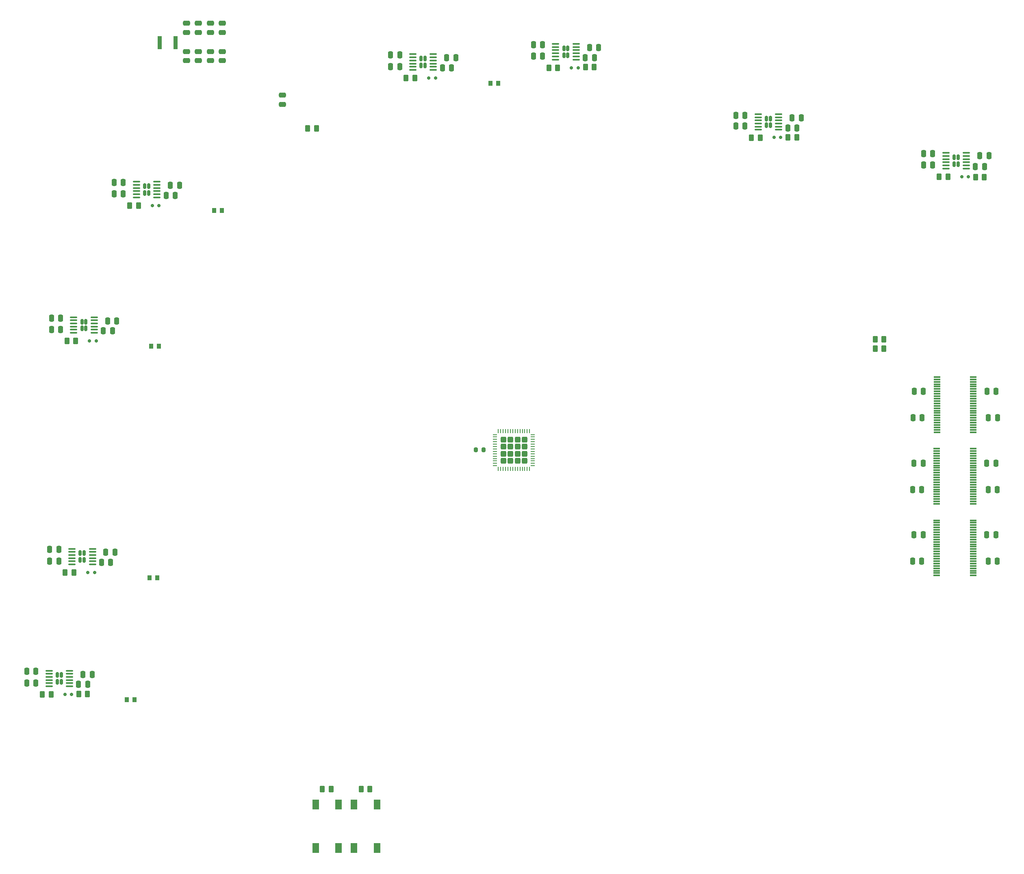
<source format=gbr>
%TF.GenerationSoftware,KiCad,Pcbnew,7.0.1-0*%
%TF.CreationDate,2023-04-17T18:48:32+01:00*%
%TF.ProjectId,cyborg65r2_thermo_pcb,6379626f-7267-4363-9572-325f74686572,rev?*%
%TF.SameCoordinates,Original*%
%TF.FileFunction,Paste,Top*%
%TF.FilePolarity,Positive*%
%FSLAX46Y46*%
G04 Gerber Fmt 4.6, Leading zero omitted, Abs format (unit mm)*
G04 Created by KiCad (PCBNEW 7.0.1-0) date 2023-04-17 18:48:32*
%MOMM*%
%LPD*%
G01*
G04 APERTURE LIST*
G04 Aperture macros list*
%AMRoundRect*
0 Rectangle with rounded corners*
0 $1 Rounding radius*
0 $2 $3 $4 $5 $6 $7 $8 $9 X,Y pos of 4 corners*
0 Add a 4 corners polygon primitive as box body*
4,1,4,$2,$3,$4,$5,$6,$7,$8,$9,$2,$3,0*
0 Add four circle primitives for the rounded corners*
1,1,$1+$1,$2,$3*
1,1,$1+$1,$4,$5*
1,1,$1+$1,$6,$7*
1,1,$1+$1,$8,$9*
0 Add four rect primitives between the rounded corners*
20,1,$1+$1,$2,$3,$4,$5,0*
20,1,$1+$1,$4,$5,$6,$7,0*
20,1,$1+$1,$6,$7,$8,$9,0*
20,1,$1+$1,$8,$9,$2,$3,0*%
G04 Aperture macros list end*
%ADD10R,0.890000X1.020000*%
%ADD11RoundRect,0.250000X0.250000X0.475000X-0.250000X0.475000X-0.250000X-0.475000X0.250000X-0.475000X0*%
%ADD12RoundRect,0.250000X-0.250000X-0.475000X0.250000X-0.475000X0.250000X0.475000X-0.250000X0.475000X0*%
%ADD13RoundRect,0.100000X-0.625000X-0.100000X0.625000X-0.100000X0.625000X0.100000X-0.625000X0.100000X0*%
%ADD14RoundRect,0.167500X-0.167500X-0.407500X0.167500X-0.407500X0.167500X0.407500X-0.167500X0.407500X0*%
%ADD15RoundRect,0.250000X-0.262500X-0.450000X0.262500X-0.450000X0.262500X0.450000X-0.262500X0.450000X0*%
%ADD16RoundRect,0.250000X-0.475000X0.250000X-0.475000X-0.250000X0.475000X-0.250000X0.475000X0.250000X0*%
%ADD17RoundRect,0.250000X0.262500X0.450000X-0.262500X0.450000X-0.262500X-0.450000X0.262500X-0.450000X0*%
%ADD18R,1.475000X0.300000*%
%ADD19RoundRect,0.250000X0.475000X-0.250000X0.475000X0.250000X-0.475000X0.250000X-0.475000X-0.250000X0*%
%ADD20RoundRect,0.150000X-0.150000X-0.200000X0.150000X-0.200000X0.150000X0.200000X-0.150000X0.200000X0*%
%ADD21RoundRect,0.062500X-0.062500X-0.375000X0.062500X-0.375000X0.062500X0.375000X-0.062500X0.375000X0*%
%ADD22RoundRect,0.062500X-0.375000X-0.062500X0.375000X-0.062500X0.375000X0.062500X-0.375000X0.062500X0*%
%ADD23RoundRect,0.250000X-0.345000X-0.345000X0.345000X-0.345000X0.345000X0.345000X-0.345000X0.345000X0*%
%ADD24R,1.400000X2.100000*%
%ADD25R,0.880000X2.810000*%
%ADD26RoundRect,0.200000X0.200000X0.275000X-0.200000X0.275000X-0.200000X-0.275000X0.200000X-0.275000X0*%
G04 APERTURE END LIST*
D10*
%TO.C,L5*%
X202631000Y-66355000D03*
X204259000Y-66355000D03*
%TD*%
D11*
%TO.C,C51*%
X290885000Y-160470000D03*
X292785000Y-160470000D03*
%TD*%
D12*
%TO.C,C35*%
X124765000Y-115890000D03*
X122865000Y-115890000D03*
%TD*%
D13*
%TO.C,U5*%
X114960000Y-188790000D03*
X114960000Y-189440000D03*
X114960000Y-190090000D03*
X114960000Y-190740000D03*
X114960000Y-191390000D03*
X114960000Y-192040000D03*
X110660000Y-192040000D03*
X110660000Y-191390000D03*
X110660000Y-190740000D03*
X110660000Y-190090000D03*
X110660000Y-189440000D03*
X110660000Y-188790000D03*
D14*
X113220000Y-191125000D03*
X113220000Y-189705000D03*
X112400000Y-191125000D03*
X112400000Y-189705000D03*
%TD*%
D15*
%TO.C,R10*%
X116227500Y-120090000D03*
X114402500Y-120090000D03*
%TD*%
D12*
%TO.C,C20*%
X223285000Y-58940000D03*
X225185000Y-58940000D03*
%TD*%
D15*
%TO.C,R4*%
X264622500Y-77665000D03*
X266447500Y-77665000D03*
%TD*%
D16*
%TO.C,C48*%
X146805000Y-59765000D03*
X146805000Y-61665000D03*
%TD*%
D13*
%TO.C,U9*%
X190750000Y-60335000D03*
X190750000Y-60985000D03*
X190750000Y-61635000D03*
X190750000Y-62285000D03*
X190750000Y-62935000D03*
X190750000Y-63585000D03*
X186450000Y-63585000D03*
X186450000Y-62935000D03*
X186450000Y-62285000D03*
X186450000Y-61635000D03*
X186450000Y-60985000D03*
X186450000Y-60335000D03*
D14*
X189010000Y-62670000D03*
X189010000Y-61250000D03*
X188190000Y-62670000D03*
X188190000Y-61250000D03*
%TD*%
D17*
%TO.C,R17*%
X167607500Y-213465000D03*
X169432500Y-213465000D03*
%TD*%
D12*
%TO.C,C24*%
X119635000Y-189540000D03*
X117735000Y-189540000D03*
%TD*%
D18*
%TO.C,U12*%
X303210000Y-157450000D03*
X303210000Y-157950000D03*
X303210000Y-158450000D03*
X303210000Y-158950000D03*
X303210000Y-159450000D03*
X303210000Y-159950000D03*
X303210000Y-160450000D03*
X303210000Y-160950000D03*
X303210000Y-161450000D03*
X303210000Y-161950000D03*
X303210000Y-162450000D03*
X303210000Y-162950000D03*
X303210000Y-163450000D03*
X303210000Y-163950000D03*
X303210000Y-164450000D03*
X303210000Y-164950000D03*
X303210000Y-165450000D03*
X303210000Y-165950000D03*
X303210000Y-166450000D03*
X303210000Y-166950000D03*
X303210000Y-167450000D03*
X303210000Y-167950000D03*
X303210000Y-168450000D03*
X303210000Y-168950000D03*
X295634000Y-168950000D03*
X295634000Y-168450000D03*
X295634000Y-167950000D03*
X295634000Y-167450000D03*
X295634000Y-166950000D03*
X295634000Y-166450000D03*
X295634000Y-165950000D03*
X295634000Y-165450000D03*
X295634000Y-164950000D03*
X295634000Y-164450000D03*
X295634000Y-163950000D03*
X295634000Y-163450000D03*
X295634000Y-162950000D03*
X295634000Y-162450000D03*
X295634000Y-161950000D03*
X295634000Y-161450000D03*
X295634000Y-160950000D03*
X295634000Y-160450000D03*
X295634000Y-159950000D03*
X295634000Y-159450000D03*
X295634000Y-158950000D03*
X295634000Y-158450000D03*
X295634000Y-157950000D03*
X295634000Y-157450000D03*
%TD*%
D11*
%TO.C,C53*%
X290615000Y-151040000D03*
X292515000Y-151040000D03*
%TD*%
D18*
%TO.C,U11*%
X303216000Y-142520000D03*
X303216000Y-143020000D03*
X303216000Y-143520000D03*
X303216000Y-144020000D03*
X303216000Y-144520000D03*
X303216000Y-145020000D03*
X303216000Y-145520000D03*
X303216000Y-146020000D03*
X303216000Y-146520000D03*
X303216000Y-147020000D03*
X303216000Y-147520000D03*
X303216000Y-148020000D03*
X303216000Y-148520000D03*
X303216000Y-149020000D03*
X303216000Y-149520000D03*
X303216000Y-150020000D03*
X303216000Y-150520000D03*
X303216000Y-151020000D03*
X303216000Y-151520000D03*
X303216000Y-152020000D03*
X303216000Y-152520000D03*
X303216000Y-153020000D03*
X303216000Y-153520000D03*
X303216000Y-154020000D03*
X295640000Y-154020000D03*
X295640000Y-153520000D03*
X295640000Y-153020000D03*
X295640000Y-152520000D03*
X295640000Y-152020000D03*
X295640000Y-151520000D03*
X295640000Y-151020000D03*
X295640000Y-150520000D03*
X295640000Y-150020000D03*
X295640000Y-149520000D03*
X295640000Y-149020000D03*
X295640000Y-148520000D03*
X295640000Y-148020000D03*
X295640000Y-147520000D03*
X295640000Y-147020000D03*
X295640000Y-146520000D03*
X295640000Y-146020000D03*
X295640000Y-145520000D03*
X295640000Y-145020000D03*
X295640000Y-144520000D03*
X295640000Y-144020000D03*
X295640000Y-143520000D03*
X295640000Y-143020000D03*
X295640000Y-142520000D03*
%TD*%
D11*
%TO.C,C21*%
X106035000Y-188940000D03*
X107935000Y-188940000D03*
%TD*%
D10*
%TO.C,L4*%
X131601000Y-169405000D03*
X133229000Y-169405000D03*
%TD*%
D11*
%TO.C,C29*%
X111165000Y-115290000D03*
X113065000Y-115290000D03*
%TD*%
D19*
%TO.C,C45*%
X144305000Y-55765000D03*
X144305000Y-53865000D03*
%TD*%
D16*
%TO.C,C42*%
X139305000Y-59765000D03*
X139305000Y-61665000D03*
%TD*%
D11*
%TO.C,C30*%
X110795000Y-163535000D03*
X112695000Y-163535000D03*
%TD*%
D20*
%TO.C,D1*%
X300840000Y-85850000D03*
X302240000Y-85850000D03*
%TD*%
D11*
%TO.C,C25*%
X126145000Y-87050000D03*
X124245000Y-87050000D03*
%TD*%
%TO.C,C13*%
X255685000Y-73105000D03*
X253785000Y-73105000D03*
%TD*%
D14*
%TO.C,U3*%
X260145000Y-73730000D03*
X260145000Y-75150000D03*
X260965000Y-73730000D03*
X260965000Y-75150000D03*
D13*
X258405000Y-72815000D03*
X258405000Y-73465000D03*
X258405000Y-74115000D03*
X258405000Y-74765000D03*
X258405000Y-75415000D03*
X258405000Y-76065000D03*
X262705000Y-76065000D03*
X262705000Y-75415000D03*
X262705000Y-74765000D03*
X262705000Y-74115000D03*
X262705000Y-73465000D03*
X262705000Y-72815000D03*
%TD*%
D15*
%TO.C,R5*%
X214822500Y-63140000D03*
X216647500Y-63140000D03*
%TD*%
D21*
%TO.C,U1*%
X204293312Y-138899500D03*
X204793312Y-138899500D03*
X205293312Y-138899500D03*
X205793312Y-138899500D03*
X206293312Y-138899500D03*
X206793312Y-138899500D03*
X207293312Y-138899500D03*
X207793312Y-138899500D03*
X208293312Y-138899500D03*
X208793312Y-138899500D03*
X209293312Y-138899500D03*
X209793312Y-138899500D03*
X210293312Y-138899500D03*
X210793312Y-138899500D03*
D22*
X211480812Y-139587000D03*
X211480812Y-140087000D03*
X211480812Y-140587000D03*
X211480812Y-141087000D03*
X211480812Y-141587000D03*
X211480812Y-142087000D03*
X211480812Y-142587000D03*
X211480812Y-143087000D03*
X211480812Y-143587000D03*
X211480812Y-144087000D03*
X211480812Y-144587000D03*
X211480812Y-145087000D03*
X211480812Y-145587000D03*
X211480812Y-146087000D03*
D21*
X210793312Y-146774500D03*
X210293312Y-146774500D03*
X209793312Y-146774500D03*
X209293312Y-146774500D03*
X208793312Y-146774500D03*
X208293312Y-146774500D03*
X207793312Y-146774500D03*
X207293312Y-146774500D03*
X206793312Y-146774500D03*
X206293312Y-146774500D03*
X205793312Y-146774500D03*
X205293312Y-146774500D03*
X204793312Y-146774500D03*
X204293312Y-146774500D03*
D22*
X203605812Y-146087000D03*
X203605812Y-145587000D03*
X203605812Y-145087000D03*
X203605812Y-144587000D03*
X203605812Y-144087000D03*
X203605812Y-143587000D03*
X203605812Y-143087000D03*
X203605812Y-142587000D03*
X203605812Y-142087000D03*
X203605812Y-141587000D03*
X203605812Y-141087000D03*
X203605812Y-140587000D03*
X203605812Y-140087000D03*
X203605812Y-139587000D03*
D23*
X209763312Y-145057000D03*
X209763312Y-143577000D03*
X209763312Y-142097000D03*
X209763312Y-140617000D03*
X208283312Y-145057000D03*
X208283312Y-143577000D03*
X208283312Y-142097000D03*
X208283312Y-140617000D03*
X206803312Y-145057000D03*
X206803312Y-143577000D03*
X206803312Y-142097000D03*
X206803312Y-140617000D03*
X205323312Y-145057000D03*
X205323312Y-143577000D03*
X205323312Y-142097000D03*
X205323312Y-140617000D03*
%TD*%
D20*
%TO.C,D3*%
X220935000Y-63140000D03*
X219535000Y-63140000D03*
%TD*%
D13*
%TO.C,U8*%
X119720000Y-163385000D03*
X119720000Y-164035000D03*
X119720000Y-164685000D03*
X119720000Y-165335000D03*
X119720000Y-165985000D03*
X119720000Y-166635000D03*
X115420000Y-166635000D03*
X115420000Y-165985000D03*
X115420000Y-165335000D03*
X115420000Y-164685000D03*
X115420000Y-164035000D03*
X115420000Y-163385000D03*
D14*
X117980000Y-165720000D03*
X117980000Y-164300000D03*
X117160000Y-165720000D03*
X117160000Y-164300000D03*
%TD*%
D12*
%TO.C,C27*%
X135045000Y-89750000D03*
X136945000Y-89750000D03*
%TD*%
D15*
%TO.C,R18*%
X177532500Y-213465000D03*
X175707500Y-213465000D03*
%TD*%
%TO.C,R7*%
X111097500Y-193740000D03*
X109272500Y-193740000D03*
%TD*%
%TO.C,R15*%
X282790000Y-121656199D03*
X284615000Y-121656199D03*
%TD*%
D11*
%TO.C,C52*%
X290940000Y-130610000D03*
X292840000Y-130610000D03*
%TD*%
D24*
%TO.C,S2*%
X174220000Y-225765000D03*
X174220000Y-216665000D03*
X179020000Y-225765000D03*
X179020000Y-216665000D03*
%TD*%
D16*
%TO.C,C41*%
X141805000Y-59765000D03*
X141805000Y-61665000D03*
%TD*%
D15*
%TO.C,R12*%
X186887500Y-65285000D03*
X185062500Y-65285000D03*
%TD*%
D14*
%TO.C,U4*%
X217950000Y-59105000D03*
X217950000Y-60525000D03*
X218770000Y-59105000D03*
X218770000Y-60525000D03*
D13*
X216210000Y-58190000D03*
X216210000Y-58840000D03*
X216210000Y-59490000D03*
X216210000Y-60140000D03*
X216210000Y-60790000D03*
X216210000Y-61440000D03*
X220510000Y-61440000D03*
X220510000Y-60790000D03*
X220510000Y-60140000D03*
X220510000Y-59490000D03*
X220510000Y-58840000D03*
X220510000Y-58190000D03*
%TD*%
D11*
%TO.C,C31*%
X111165000Y-117690000D03*
X113065000Y-117690000D03*
%TD*%
%TO.C,C38*%
X181825000Y-60485000D03*
X183725000Y-60485000D03*
%TD*%
D25*
%TO.C,F1*%
X133750000Y-57905000D03*
X137020000Y-57905000D03*
%TD*%
D10*
%TO.C,L2*%
X146679000Y-92920000D03*
X145051000Y-92920000D03*
%TD*%
D12*
%TO.C,C59*%
X308235000Y-151040000D03*
X306335000Y-151040000D03*
%TD*%
D11*
%TO.C,C26*%
X126145000Y-89450000D03*
X124245000Y-89450000D03*
%TD*%
D12*
%TO.C,C58*%
X308010000Y-130610000D03*
X306110000Y-130610000D03*
%TD*%
D14*
%TO.C,U6*%
X130610000Y-87815000D03*
X130610000Y-89235000D03*
X131430000Y-87815000D03*
X131430000Y-89235000D03*
D13*
X128870000Y-86900000D03*
X128870000Y-87550000D03*
X128870000Y-88200000D03*
X128870000Y-88850000D03*
X128870000Y-89500000D03*
X128870000Y-90150000D03*
X133170000Y-90150000D03*
X133170000Y-89500000D03*
X133170000Y-88850000D03*
X133170000Y-88200000D03*
X133170000Y-87550000D03*
X133170000Y-86900000D03*
%TD*%
D20*
%TO.C,D2*%
X263135000Y-77665000D03*
X261735000Y-77665000D03*
%TD*%
D13*
%TO.C,U7*%
X120090000Y-115140000D03*
X120090000Y-115790000D03*
X120090000Y-116440000D03*
X120090000Y-117090000D03*
X120090000Y-117740000D03*
X120090000Y-118390000D03*
X115790000Y-118390000D03*
X115790000Y-117740000D03*
X115790000Y-117090000D03*
X115790000Y-116440000D03*
X115790000Y-115790000D03*
X115790000Y-115140000D03*
D14*
X118350000Y-117475000D03*
X118350000Y-116055000D03*
X117530000Y-117475000D03*
X117530000Y-116055000D03*
%TD*%
D15*
%TO.C,R9*%
X127482500Y-91850000D03*
X129307500Y-91850000D03*
%TD*%
D12*
%TO.C,C39*%
X194525000Y-63185000D03*
X192625000Y-63185000D03*
%TD*%
D13*
%TO.C,U2*%
X301815000Y-80900000D03*
X301815000Y-81550000D03*
X301815000Y-82200000D03*
X301815000Y-82850000D03*
X301815000Y-83500000D03*
X301815000Y-84150000D03*
X297515000Y-84150000D03*
X297515000Y-83500000D03*
X297515000Y-82850000D03*
X297515000Y-82200000D03*
X297515000Y-81550000D03*
X297515000Y-80900000D03*
D14*
X300075000Y-83235000D03*
X300075000Y-81815000D03*
X299255000Y-83235000D03*
X299255000Y-81815000D03*
%TD*%
D16*
%TO.C,C49*%
X159260000Y-68870000D03*
X159260000Y-70770000D03*
%TD*%
D11*
%TO.C,C10*%
X292890000Y-83450000D03*
X294790000Y-83450000D03*
%TD*%
D18*
%TO.C,U10*%
X303271000Y-127590000D03*
X303271000Y-128090000D03*
X303271000Y-128590000D03*
X303271000Y-129090000D03*
X303271000Y-129590000D03*
X303271000Y-130090000D03*
X303271000Y-130590000D03*
X303271000Y-131090000D03*
X303271000Y-131590000D03*
X303271000Y-132090000D03*
X303271000Y-132590000D03*
X303271000Y-133090000D03*
X303271000Y-133590000D03*
X303271000Y-134090000D03*
X303271000Y-134590000D03*
X303271000Y-135090000D03*
X303271000Y-135590000D03*
X303271000Y-136090000D03*
X303271000Y-136590000D03*
X303271000Y-137090000D03*
X303271000Y-137590000D03*
X303271000Y-138090000D03*
X303271000Y-138590000D03*
X303271000Y-139090000D03*
X295695000Y-139090000D03*
X295695000Y-138590000D03*
X295695000Y-138090000D03*
X295695000Y-137590000D03*
X295695000Y-137090000D03*
X295695000Y-136590000D03*
X295695000Y-136090000D03*
X295695000Y-135590000D03*
X295695000Y-135090000D03*
X295695000Y-134590000D03*
X295695000Y-134090000D03*
X295695000Y-133590000D03*
X295695000Y-133090000D03*
X295695000Y-132590000D03*
X295695000Y-132090000D03*
X295695000Y-131590000D03*
X295695000Y-131090000D03*
X295695000Y-130590000D03*
X295695000Y-130090000D03*
X295695000Y-129590000D03*
X295695000Y-129090000D03*
X295695000Y-128590000D03*
X295695000Y-128090000D03*
X295695000Y-127590000D03*
%TD*%
D10*
%TO.C,L3*%
X131971000Y-121160000D03*
X133599000Y-121160000D03*
%TD*%
D12*
%TO.C,C12*%
X304590000Y-81450000D03*
X306490000Y-81450000D03*
%TD*%
D19*
%TO.C,C43*%
X139305000Y-55765000D03*
X139305000Y-53865000D03*
%TD*%
D12*
%TO.C,C28*%
X135945000Y-87650000D03*
X137845000Y-87650000D03*
%TD*%
D15*
%TO.C,R3*%
X257022500Y-77765000D03*
X258847500Y-77765000D03*
%TD*%
%TO.C,R2*%
X303727500Y-85950000D03*
X305552500Y-85950000D03*
%TD*%
D12*
%TO.C,C56*%
X307955000Y-145540000D03*
X306055000Y-145540000D03*
%TD*%
D11*
%TO.C,C54*%
X290615000Y-165970000D03*
X292515000Y-165970000D03*
%TD*%
D20*
%TO.C,D5*%
X133595000Y-91850000D03*
X132195000Y-91850000D03*
%TD*%
D15*
%TO.C,R6*%
X222422500Y-63040000D03*
X224247500Y-63040000D03*
%TD*%
D11*
%TO.C,C14*%
X255685000Y-75275000D03*
X253785000Y-75275000D03*
%TD*%
D10*
%TO.C,L1*%
X126841000Y-194810000D03*
X128469000Y-194810000D03*
%TD*%
D15*
%TO.C,R8*%
X118697500Y-193640000D03*
X116872500Y-193640000D03*
%TD*%
%TO.C,R1*%
X297952500Y-85850000D03*
X296127500Y-85850000D03*
%TD*%
D11*
%TO.C,C32*%
X110795000Y-165935000D03*
X112695000Y-165935000D03*
%TD*%
%TO.C,C50*%
X290885000Y-145540000D03*
X292785000Y-145540000D03*
%TD*%
%TO.C,C18*%
X213485000Y-60740000D03*
X211585000Y-60740000D03*
%TD*%
D12*
%TO.C,C60*%
X308225000Y-165970000D03*
X306325000Y-165970000D03*
%TD*%
D17*
%TO.C,R13*%
X166385000Y-75820000D03*
X164560000Y-75820000D03*
%TD*%
D12*
%TO.C,C33*%
X123865000Y-117990000D03*
X121965000Y-117990000D03*
%TD*%
D15*
%TO.C,R11*%
X115857500Y-168335000D03*
X114032500Y-168335000D03*
%TD*%
%TO.C,R14*%
X282787500Y-119716199D03*
X284612500Y-119716199D03*
%TD*%
D11*
%TO.C,C22*%
X106035000Y-191340000D03*
X107935000Y-191340000D03*
%TD*%
D12*
%TO.C,C15*%
X264585000Y-75665000D03*
X266485000Y-75665000D03*
%TD*%
%TO.C,C36*%
X124395000Y-164135000D03*
X122495000Y-164135000D03*
%TD*%
%TO.C,C23*%
X118735000Y-191640000D03*
X116835000Y-191640000D03*
%TD*%
%TO.C,C11*%
X303690000Y-83750000D03*
X305590000Y-83750000D03*
%TD*%
D20*
%TO.C,D4*%
X113985000Y-193740000D03*
X115385000Y-193740000D03*
%TD*%
D12*
%TO.C,C34*%
X123495000Y-166235000D03*
X121595000Y-166235000D03*
%TD*%
D11*
%TO.C,C17*%
X213485000Y-58340000D03*
X211585000Y-58340000D03*
%TD*%
%TO.C,C55*%
X290670000Y-136110000D03*
X292570000Y-136110000D03*
%TD*%
D19*
%TO.C,C46*%
X146805000Y-55765000D03*
X146805000Y-53865000D03*
%TD*%
D11*
%TO.C,C37*%
X181825000Y-62885000D03*
X183725000Y-62885000D03*
%TD*%
D19*
%TO.C,C44*%
X141805000Y-55765000D03*
X141805000Y-53865000D03*
%TD*%
D16*
%TO.C,C47*%
X144305000Y-59765000D03*
X144305000Y-61665000D03*
%TD*%
D12*
%TO.C,C40*%
X195425000Y-61085000D03*
X193525000Y-61085000D03*
%TD*%
D20*
%TO.C,D8*%
X189775000Y-65285000D03*
X191175000Y-65285000D03*
%TD*%
D12*
%TO.C,C57*%
X307955000Y-160470000D03*
X306055000Y-160470000D03*
%TD*%
D26*
%TO.C,R16*%
X199568312Y-142737000D03*
X201218312Y-142737000D03*
%TD*%
D12*
%TO.C,C19*%
X222385000Y-61040000D03*
X224285000Y-61040000D03*
%TD*%
D24*
%TO.C,S1*%
X171020000Y-216665000D03*
X171020000Y-225765000D03*
X166220000Y-216665000D03*
X166220000Y-225765000D03*
%TD*%
D12*
%TO.C,C16*%
X265485000Y-73565000D03*
X267385000Y-73565000D03*
%TD*%
D20*
%TO.C,D6*%
X119115000Y-120090000D03*
X120515000Y-120090000D03*
%TD*%
%TO.C,D7*%
X118745000Y-168335000D03*
X120145000Y-168335000D03*
%TD*%
D11*
%TO.C,C9*%
X292890000Y-81050000D03*
X294790000Y-81050000D03*
%TD*%
D12*
%TO.C,C61*%
X308285000Y-136110000D03*
X306385000Y-136110000D03*
%TD*%
M02*

</source>
